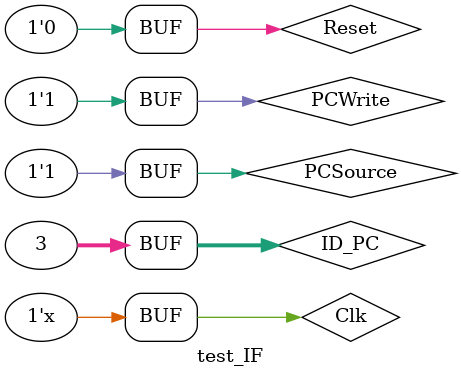
<source format=v>
`timescale 1ns / 1ps


module test_IF;

	// Inputs
	reg PCWrite;
	reg Reset;
	reg Clk;
	reg PCSource;
	reg [31:0] ID_PC;

	// Outputs
	wire [31:0] PCtoID;
	wire [31:0] instructions;
	wire [31:0] PCtoInsMem;

	// Instantiate the Unit Under Test (UUT)
	IF uut (
		.PCWrite(PCWrite), 
		.Reset(Reset), 
		.Clk(Clk), 
		.PCSource(PCSource), 
		.ID_PC(ID_PC), 
		.PCtoID(PCtoID), 
		.instructions(instructions), 
		.PCtoInsMem(PCtoInsMem)
	);
	always begin
		#5 Clk = ~Clk;
	end
	
	initial begin
		// Initialize Inputs
		PCWrite = 0;
		Reset = 1;
		Clk = 0;
		PCSource = 0;
		ID_PC = 3;

		// Wait 100 ns for global reset to finish
		#10;
		Reset = 0;
		#10;
		PCWrite = 1;
		#40;
		PCSource = 1;
        
		// Add stimulus here

	end
      
endmodule


</source>
